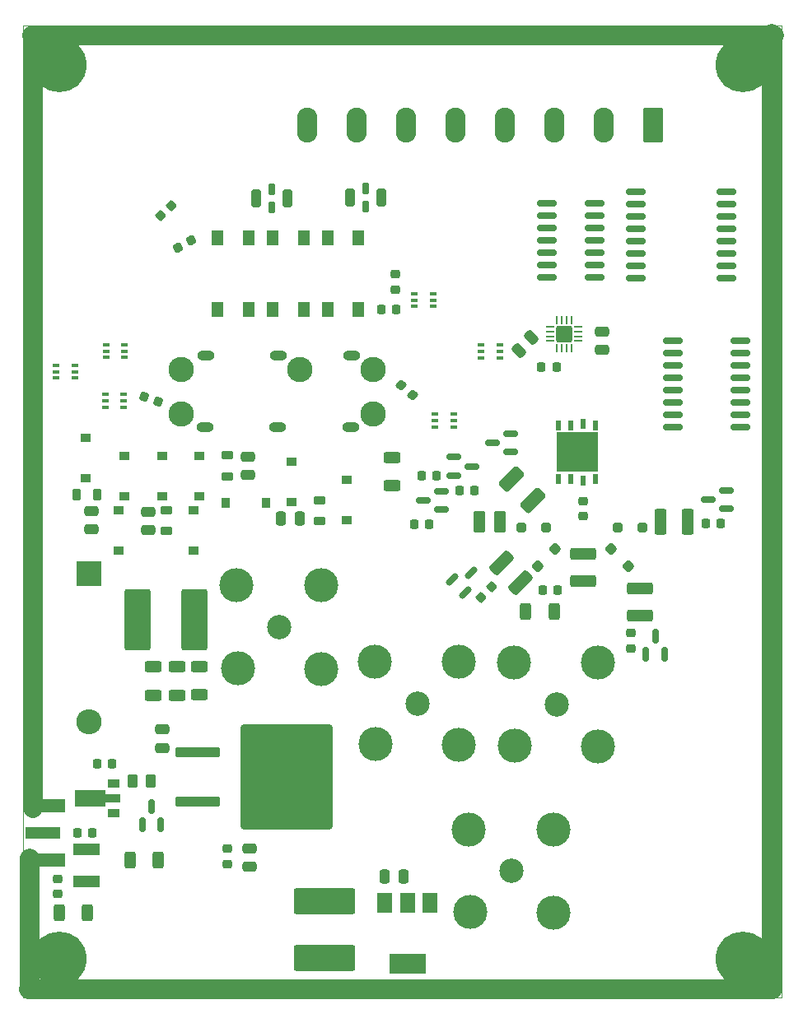
<source format=gts>
G04 #@! TF.GenerationSoftware,KiCad,Pcbnew,(7.0.0-0)*
G04 #@! TF.CreationDate,2023-05-11T07:35:05+02:00*
G04 #@! TF.ProjectId,Filter-forest-v3,46696c74-6572-42d6-966f-726573742d76,rev?*
G04 #@! TF.SameCoordinates,Original*
G04 #@! TF.FileFunction,Soldermask,Top*
G04 #@! TF.FilePolarity,Negative*
%FSLAX46Y46*%
G04 Gerber Fmt 4.6, Leading zero omitted, Abs format (unit mm)*
G04 Created by KiCad (PCBNEW (7.0.0-0)) date 2023-05-11 07:35:05*
%MOMM*%
%LPD*%
G01*
G04 APERTURE LIST*
G04 Aperture macros list*
%AMRoundRect*
0 Rectangle with rounded corners*
0 $1 Rounding radius*
0 $2 $3 $4 $5 $6 $7 $8 $9 X,Y pos of 4 corners*
0 Add a 4 corners polygon primitive as box body*
4,1,4,$2,$3,$4,$5,$6,$7,$8,$9,$2,$3,0*
0 Add four circle primitives for the rounded corners*
1,1,$1+$1,$2,$3*
1,1,$1+$1,$4,$5*
1,1,$1+$1,$6,$7*
1,1,$1+$1,$8,$9*
0 Add four rect primitives between the rounded corners*
20,1,$1+$1,$2,$3,$4,$5,0*
20,1,$1+$1,$4,$5,$6,$7,0*
20,1,$1+$1,$6,$7,$8,$9,0*
20,1,$1+$1,$8,$9,$2,$3,0*%
%AMFreePoly0*
4,1,9,3.862500,-0.866500,0.737500,-0.866500,0.737500,-0.450000,-0.737500,-0.450000,-0.737500,0.450000,0.737500,0.450000,0.737500,0.866500,3.862500,0.866500,3.862500,-0.866500,3.862500,-0.866500,$1*%
G04 Aperture macros list end*
%ADD10C,2.000000*%
%ADD11RoundRect,0.250000X-0.475000X0.250000X-0.475000X-0.250000X0.475000X-0.250000X0.475000X0.250000X0*%
%ADD12R,0.650000X0.400000*%
%ADD13RoundRect,0.250000X0.625000X-0.312500X0.625000X0.312500X-0.625000X0.312500X-0.625000X-0.312500X0*%
%ADD14RoundRect,0.150000X-0.825000X-0.150000X0.825000X-0.150000X0.825000X0.150000X-0.825000X0.150000X0*%
%ADD15R,2.600000X2.600000*%
%ADD16O,2.600000X2.600000*%
%ADD17RoundRect,0.249600X-0.270400X-0.650400X0.270400X-0.650400X0.270400X0.650400X-0.270400X0.650400X0*%
%ADD18RoundRect,0.152500X-0.152500X-0.470000X0.152500X-0.470000X0.152500X0.470000X-0.152500X0.470000X0*%
%ADD19C,0.610000*%
%ADD20RoundRect,0.250000X-0.625000X0.312500X-0.625000X-0.312500X0.625000X-0.312500X0.625000X0.312500X0*%
%ADD21RoundRect,0.150000X0.587500X0.150000X-0.587500X0.150000X-0.587500X-0.150000X0.587500X-0.150000X0*%
%ADD22C,2.500000*%
%ADD23C,3.500000*%
%ADD24RoundRect,0.150000X-0.309359X-0.521491X0.521491X0.309359X0.309359X0.521491X-0.521491X-0.309359X0*%
%ADD25RoundRect,0.225000X0.225000X0.250000X-0.225000X0.250000X-0.225000X-0.250000X0.225000X-0.250000X0*%
%ADD26R,2.700000X1.150000*%
%ADD27RoundRect,0.225000X0.250000X-0.225000X0.250000X0.225000X-0.250000X0.225000X-0.250000X-0.225000X0*%
%ADD28RoundRect,0.218750X-0.381250X0.218750X-0.381250X-0.218750X0.381250X-0.218750X0.381250X0.218750X0*%
%ADD29RoundRect,0.225000X-0.225000X-0.250000X0.225000X-0.250000X0.225000X0.250000X-0.225000X0.250000X0*%
%ADD30RoundRect,0.250000X-0.262500X-0.450000X0.262500X-0.450000X0.262500X0.450000X-0.262500X0.450000X0*%
%ADD31R,1.000000X0.850000*%
%ADD32RoundRect,0.250000X0.250000X0.475000X-0.250000X0.475000X-0.250000X-0.475000X0.250000X-0.475000X0*%
%ADD33R,0.850000X1.000000*%
%ADD34RoundRect,0.250000X0.250000X0.250000X-0.250000X0.250000X-0.250000X-0.250000X0.250000X-0.250000X0*%
%ADD35RoundRect,0.225000X-0.250000X0.225000X-0.250000X-0.225000X0.250000X-0.225000X0.250000X0.225000X0*%
%ADD36RoundRect,0.250000X0.312500X0.625000X-0.312500X0.625000X-0.312500X-0.625000X0.312500X-0.625000X0*%
%ADD37RoundRect,0.250000X0.159099X-0.512652X0.512652X-0.159099X-0.159099X0.512652X-0.512652X0.159099X0*%
%ADD38RoundRect,0.250000X0.475000X-0.250000X0.475000X0.250000X-0.475000X0.250000X-0.475000X-0.250000X0*%
%ADD39RoundRect,0.250000X-2.050000X-0.300000X2.050000X-0.300000X2.050000X0.300000X-2.050000X0.300000X0*%
%ADD40RoundRect,0.250002X-4.449998X-5.149998X4.449998X-5.149998X4.449998X5.149998X-4.449998X5.149998X0*%
%ADD41RoundRect,0.250000X-0.250000X-0.475000X0.250000X-0.475000X0.250000X0.475000X-0.250000X0.475000X0*%
%ADD42RoundRect,0.225000X-0.296936X-0.157969X0.125926X-0.311878X0.296936X0.157969X-0.125926X0.311878X0*%
%ADD43RoundRect,0.250000X-0.375000X-0.850000X0.375000X-0.850000X0.375000X0.850000X-0.375000X0.850000X0*%
%ADD44C,5.600000*%
%ADD45RoundRect,0.250000X2.900000X-1.087500X2.900000X1.087500X-2.900000X1.087500X-2.900000X-1.087500X0*%
%ADD46RoundRect,0.250000X1.087500X2.900000X-1.087500X2.900000X-1.087500X-2.900000X1.087500X-2.900000X0*%
%ADD47RoundRect,0.250000X0.000000X-0.353553X0.353553X0.000000X0.000000X0.353553X-0.353553X0.000000X0*%
%ADD48RoundRect,0.225000X0.017678X-0.335876X0.335876X-0.017678X-0.017678X0.335876X-0.335876X0.017678X0*%
%ADD49R,0.510000X1.020000*%
%ADD50RoundRect,0.001000X-2.100000X2.010000X-2.100000X-2.010000X2.100000X-2.010000X2.100000X2.010000X0*%
%ADD51RoundRect,0.218750X0.218750X0.381250X-0.218750X0.381250X-0.218750X-0.381250X0.218750X-0.381250X0*%
%ADD52RoundRect,0.250000X-1.025305X-0.494975X-0.494975X-1.025305X1.025305X0.494975X0.494975X1.025305X0*%
%ADD53RoundRect,0.150000X-0.587500X-0.150000X0.587500X-0.150000X0.587500X0.150000X-0.587500X0.150000X0*%
%ADD54RoundRect,0.218750X0.381250X-0.218750X0.381250X0.218750X-0.381250X0.218750X-0.381250X-0.218750X0*%
%ADD55R,3.600000X1.270000*%
%ADD56R,4.200000X1.350000*%
%ADD57RoundRect,0.250000X-1.069499X-0.486136X-0.486136X-1.069499X1.069499X0.486136X0.486136X1.069499X0*%
%ADD58RoundRect,0.250000X-1.075000X0.375000X-1.075000X-0.375000X1.075000X-0.375000X1.075000X0.375000X0*%
%ADD59RoundRect,0.225000X-0.069856X-0.329006X0.319856X-0.104006X0.069856X0.329006X-0.319856X0.104006X0*%
%ADD60R,1.200000X1.600000*%
%ADD61RoundRect,0.250000X-0.250000X-0.250000X0.250000X-0.250000X0.250000X0.250000X-0.250000X0.250000X0*%
%ADD62RoundRect,0.150000X0.150000X-0.587500X0.150000X0.587500X-0.150000X0.587500X-0.150000X-0.587500X0*%
%ADD63RoundRect,0.249999X0.790001X1.550001X-0.790001X1.550001X-0.790001X-1.550001X0.790001X-1.550001X0*%
%ADD64O,2.080000X3.600000*%
%ADD65RoundRect,0.250000X0.353553X0.000000X0.000000X0.353553X-0.353553X0.000000X0.000000X-0.353553X0*%
%ADD66RoundRect,0.250000X0.375000X1.075000X-0.375000X1.075000X-0.375000X-1.075000X0.375000X-1.075000X0*%
%ADD67RoundRect,0.150000X-0.875000X-0.150000X0.875000X-0.150000X0.875000X0.150000X-0.875000X0.150000X0*%
%ADD68RoundRect,0.150000X-0.837500X-0.150000X0.837500X-0.150000X0.837500X0.150000X-0.837500X0.150000X0*%
%ADD69RoundRect,0.225000X-0.333057X-0.046884X0.011663X-0.336138X0.333057X0.046884X-0.011663X0.336138X0*%
%ADD70R,1.300000X0.900000*%
%ADD71FreePoly0,180.000000*%
%ADD72RoundRect,0.250000X1.075000X-0.375000X1.075000X0.375000X-1.075000X0.375000X-1.075000X-0.375000X0*%
%ADD73RoundRect,0.250000X-0.600000X-0.600000X0.600000X-0.600000X0.600000X0.600000X-0.600000X0.600000X0*%
%ADD74RoundRect,0.062500X-0.062500X-0.337500X0.062500X-0.337500X0.062500X0.337500X-0.062500X0.337500X0*%
%ADD75RoundRect,0.062500X-0.337500X-0.062500X0.337500X-0.062500X0.337500X0.062500X-0.337500X0.062500X0*%
%ADD76R,1.500000X2.000000*%
%ADD77R,3.800000X2.000000*%
%ADD78C,2.610000*%
%ADD79O,1.800000X1.000000*%
G04 #@! TA.AperFunction,Profile*
%ADD80C,0.100000*%
G04 #@! TD*
G04 APERTURE END LIST*
D10*
X89090000Y-30980000D02*
X165342500Y-30980000D01*
X88740000Y-129080000D02*
X165170000Y-129080000D01*
X165110000Y-128910000D02*
X165110000Y-30810000D01*
X88860000Y-115625000D02*
X88860000Y-129035000D01*
X89140000Y-110450000D02*
X89140000Y-30960000D01*
D11*
X101000000Y-80000000D03*
X101000000Y-81900000D03*
X95130000Y-79920000D03*
X95130000Y-81820000D03*
D12*
X98565999Y-64117999D03*
X98565999Y-63467999D03*
X98565999Y-62817999D03*
X96665999Y-62817999D03*
X96665999Y-63467999D03*
X96665999Y-64117999D03*
D13*
X126040000Y-77322500D03*
X126040000Y-74397500D03*
D14*
X141975000Y-48280000D03*
X141975000Y-49550000D03*
X141975000Y-50820000D03*
X141975000Y-52090000D03*
X141975000Y-53360000D03*
X141975000Y-54630000D03*
X141975000Y-55900000D03*
X146925000Y-55900000D03*
X146925000Y-54630000D03*
X146925000Y-53360000D03*
X146925000Y-52090000D03*
X146925000Y-50820000D03*
X146925000Y-49550000D03*
X146925000Y-48280000D03*
D15*
X94899999Y-86319999D03*
D16*
X94899999Y-101559999D03*
D17*
X112066000Y-47752000D03*
D18*
X113691000Y-48679500D03*
D19*
X113691000Y-48857000D03*
D17*
X115316000Y-47752000D03*
D19*
X113691000Y-46647000D03*
D18*
X113691000Y-46824500D03*
D20*
X106300000Y-95887500D03*
X106300000Y-98812500D03*
D21*
X160477500Y-79680000D03*
X160477500Y-77780000D03*
X158602500Y-78730000D03*
D22*
X128660000Y-99710000D03*
D23*
X124260000Y-95410000D03*
X124360000Y-103910000D03*
X132960000Y-95410000D03*
X132960000Y-104010000D03*
D24*
X132225336Y-86921161D03*
X133568839Y-88264664D03*
X134222913Y-86267087D03*
D25*
X130652500Y-76290000D03*
X129102500Y-76290000D03*
D20*
X103990000Y-95927500D03*
X103990000Y-98852500D03*
D26*
X94699999Y-114744999D03*
X94699999Y-118044999D03*
D27*
X91700000Y-119330000D03*
X91700000Y-117780000D03*
D28*
X102900000Y-79867500D03*
X102900000Y-81992500D03*
D29*
X141435000Y-65100000D03*
X142985000Y-65100000D03*
D30*
X99417500Y-107696000D03*
X101242500Y-107696000D03*
D31*
X94579999Y-76574999D03*
X94579999Y-72424999D03*
D32*
X116560000Y-80700000D03*
X114660000Y-80700000D03*
D31*
X102459999Y-74254999D03*
X102459999Y-78404999D03*
D12*
X128389999Y-57569999D03*
X128389999Y-58219999D03*
X128389999Y-58869999D03*
X130289999Y-58869999D03*
X130289999Y-58219999D03*
X130289999Y-57569999D03*
D27*
X109100000Y-116205000D03*
X109100000Y-114655000D03*
D11*
X147640000Y-61440000D03*
X147640000Y-63340000D03*
D33*
X113124999Y-79059999D03*
X108974999Y-79059999D03*
D29*
X93735000Y-113035000D03*
X95285000Y-113035000D03*
D34*
X151780000Y-81620000D03*
X149280000Y-81620000D03*
D22*
X114510000Y-91880000D03*
D23*
X110110000Y-87580000D03*
X110210000Y-96080000D03*
X118810000Y-87580000D03*
X118810000Y-96180000D03*
D20*
X101500000Y-95927500D03*
X101500000Y-98852500D03*
D35*
X145750000Y-78895000D03*
X145750000Y-80445000D03*
D21*
X138297500Y-73860000D03*
X138297500Y-71960000D03*
X136422500Y-72910000D03*
D36*
X94762500Y-121265000D03*
X91837500Y-121265000D03*
D29*
X124955000Y-59182000D03*
X126505000Y-59182000D03*
D37*
X139078249Y-63381751D03*
X140421751Y-62038249D03*
D38*
X111290000Y-76220000D03*
X111290000Y-74320000D03*
D39*
X106085000Y-104725000D03*
D40*
X115235000Y-107265000D03*
D39*
X106085000Y-109805000D03*
D31*
X121459999Y-76744999D03*
X121459999Y-80894999D03*
D41*
X125320000Y-117520000D03*
X127220000Y-117520000D03*
D21*
X131147500Y-79760000D03*
X131147500Y-77860000D03*
X129272500Y-78810000D03*
D42*
X100601738Y-68164934D03*
X102058262Y-68695066D03*
D43*
X135032500Y-81000000D03*
X137182500Y-81000000D03*
D17*
X121716000Y-47702000D03*
D18*
X123341000Y-48629500D03*
D19*
X123341000Y-48807000D03*
D17*
X124966000Y-47702000D03*
D19*
X123341000Y-46597000D03*
D18*
X123341000Y-46774500D03*
D44*
X162104404Y-34030000D03*
D27*
X150610000Y-94047500D03*
X150610000Y-92497500D03*
D12*
X93445999Y-66227999D03*
X93445999Y-65577999D03*
X93445999Y-64927999D03*
X91545999Y-64927999D03*
X91545999Y-65577999D03*
X91545999Y-66227999D03*
D31*
X106279999Y-74264999D03*
X106279999Y-78414999D03*
D22*
X138380000Y-116960000D03*
D23*
X133980000Y-112660000D03*
X134080000Y-121160000D03*
X142680000Y-112660000D03*
X142680000Y-121260000D03*
D36*
X142732500Y-90240000D03*
X139807500Y-90240000D03*
D44*
X91864000Y-34030000D03*
D12*
X135259999Y-62849999D03*
X135259999Y-63499999D03*
X135259999Y-64149999D03*
X137159999Y-64149999D03*
X137159999Y-63499999D03*
X137159999Y-62849999D03*
D45*
X119110000Y-125917500D03*
X119110000Y-120042500D03*
D46*
X105782500Y-91140000D03*
X99907500Y-91140000D03*
D47*
X141046117Y-85588883D03*
X142813883Y-83821117D03*
D48*
X135251992Y-88838008D03*
X136348008Y-87741992D03*
D49*
X146992499Y-71104999D03*
X144452499Y-71104999D03*
X143182499Y-71104999D03*
D50*
X145087500Y-73860000D03*
D49*
X146992499Y-76614999D03*
X144452499Y-76614999D03*
X143182499Y-76614999D03*
X145727499Y-70979999D03*
X145727499Y-76759999D03*
D51*
X95762500Y-78210000D03*
X93637500Y-78210000D03*
D52*
X137300051Y-85290051D03*
X139279949Y-87269949D03*
D25*
X159855000Y-81220000D03*
X158305000Y-81220000D03*
D12*
X130489999Y-69949999D03*
X130489999Y-70599999D03*
X130489999Y-71249999D03*
X132389999Y-71249999D03*
X132389999Y-70599999D03*
X132389999Y-69949999D03*
D53*
X132410000Y-74370000D03*
X132410000Y-76270000D03*
X134285000Y-75320000D03*
D29*
X128355000Y-81320000D03*
X129905000Y-81320000D03*
D54*
X109140000Y-76332500D03*
X109140000Y-74207500D03*
D35*
X126420000Y-55560000D03*
X126420000Y-57110000D03*
D22*
X142970000Y-99840000D03*
D23*
X138570000Y-95540000D03*
X138670000Y-104040000D03*
X147270000Y-95540000D03*
X147270000Y-104140000D03*
D12*
X98505999Y-69237999D03*
X98505999Y-68587999D03*
X98505999Y-67937999D03*
X96605999Y-67937999D03*
X96605999Y-68587999D03*
X96605999Y-69237999D03*
D31*
X98599999Y-78374999D03*
X98599999Y-74224999D03*
D55*
X90159999Y-113029999D03*
D56*
X90359999Y-110204999D03*
X90359999Y-115854999D03*
D57*
X138345146Y-76595146D03*
X140554854Y-78804854D03*
D58*
X145710000Y-84317500D03*
X145710000Y-87117500D03*
D59*
X104067660Y-52845000D03*
X105410000Y-52070000D03*
D60*
X108141999Y-51781999D03*
X108141999Y-51781999D03*
X108141999Y-59181999D03*
X108141999Y-59181999D03*
X122641999Y-59181999D03*
X122641999Y-51781999D03*
X111341999Y-51781999D03*
X111341999Y-59181999D03*
X113791999Y-51781999D03*
X113791999Y-59181999D03*
X116991999Y-51781999D03*
X116991999Y-59181999D03*
X119441999Y-51781999D03*
X119441999Y-59181999D03*
D61*
X139390000Y-81605000D03*
X141890000Y-81605000D03*
D38*
X111400000Y-116530000D03*
X111400000Y-114630000D03*
D11*
X102470000Y-102380000D03*
X102470000Y-104280000D03*
D62*
X152190000Y-94682500D03*
X154090000Y-94682500D03*
X153140000Y-92807500D03*
D63*
X152950000Y-40190000D03*
D64*
X147869999Y-40189999D03*
X142789999Y-40189999D03*
X137709999Y-40189999D03*
X132629999Y-40189999D03*
X127549999Y-40189999D03*
X122469999Y-40189999D03*
X117389999Y-40189999D03*
D44*
X91864000Y-125978000D03*
D65*
X150343883Y-85623883D03*
X148576117Y-83856117D03*
D25*
X97295000Y-105918000D03*
X95745000Y-105918000D03*
D66*
X156500000Y-81050000D03*
X153700000Y-81050000D03*
D67*
X151140000Y-47100000D03*
X151140000Y-48370000D03*
X151140000Y-49640000D03*
X151140000Y-50910000D03*
X151140000Y-52180000D03*
X151140000Y-53450000D03*
X151140000Y-54720000D03*
X151140000Y-55990000D03*
X160440000Y-55990000D03*
X160440000Y-54720000D03*
X160440000Y-53450000D03*
X160440000Y-52180000D03*
X160440000Y-50910000D03*
X160440000Y-49640000D03*
X160440000Y-48370000D03*
X160440000Y-47100000D03*
D68*
X154980000Y-62380000D03*
X154980000Y-63650000D03*
X154980000Y-64920000D03*
X154980000Y-66190000D03*
X154980000Y-67460000D03*
X154980000Y-68730000D03*
X154980000Y-70000000D03*
X154980000Y-71270000D03*
X161905000Y-71270000D03*
X161905000Y-70000000D03*
X161905000Y-68730000D03*
X161905000Y-67460000D03*
X161905000Y-66190000D03*
X161905000Y-64920000D03*
X161905000Y-63650000D03*
X161905000Y-62380000D03*
D54*
X118620000Y-80912500D03*
X118620000Y-78787500D03*
D31*
X105659999Y-79854999D03*
X105659999Y-84004999D03*
D36*
X102046500Y-115824000D03*
X99121500Y-115824000D03*
D69*
X126986316Y-66951840D03*
X128173684Y-67948160D03*
D70*
X97453999Y-110973999D03*
D71*
X97366500Y-109474000D03*
D70*
X97453999Y-107973999D03*
D72*
X151520000Y-90702500D03*
X151520000Y-87902500D03*
D31*
X97999999Y-79869999D03*
X97999999Y-84019999D03*
X115749999Y-79014999D03*
X115749999Y-74864999D03*
D62*
X100396000Y-112189500D03*
X102296000Y-112189500D03*
X101346000Y-110314500D03*
D73*
X143750000Y-61690000D03*
D74*
X143000000Y-60240000D03*
X143500000Y-60240000D03*
X144000000Y-60240000D03*
X144500000Y-60240000D03*
D75*
X145200000Y-60940000D03*
X145200000Y-61440000D03*
X145200000Y-61940000D03*
X145200000Y-62440000D03*
D74*
X144500000Y-63140000D03*
X144000000Y-63140000D03*
X143500000Y-63140000D03*
X143000000Y-63140000D03*
D75*
X142300000Y-62440000D03*
X142300000Y-61940000D03*
X142300000Y-61440000D03*
X142300000Y-60940000D03*
D29*
X141585000Y-88090000D03*
X143135000Y-88090000D03*
D48*
X102321992Y-49570008D03*
X103418008Y-48473992D03*
D29*
X133022500Y-77820000D03*
X134572500Y-77820000D03*
D76*
X129949999Y-120189999D03*
X127649999Y-120189999D03*
D77*
X127649999Y-126489999D03*
D76*
X125349999Y-120189999D03*
D44*
X162104404Y-125978000D03*
D78*
X124146480Y-69926160D03*
X104440000Y-69920000D03*
X104440000Y-65320000D03*
X124146480Y-65326160D03*
D79*
X121929999Y-63929999D03*
X121829999Y-71329999D03*
D78*
X116630000Y-65330000D03*
D79*
X114429999Y-63929999D03*
X114329999Y-71329999D03*
X106929999Y-63929999D03*
X106829999Y-71329999D03*
D80*
X88138000Y-30004383D02*
X166158804Y-30004383D01*
X166158804Y-30004383D02*
X166158804Y-129944383D01*
X166158804Y-129944383D02*
X88138000Y-129944383D01*
X88138000Y-129944383D02*
X88138000Y-30004383D01*
M02*

</source>
